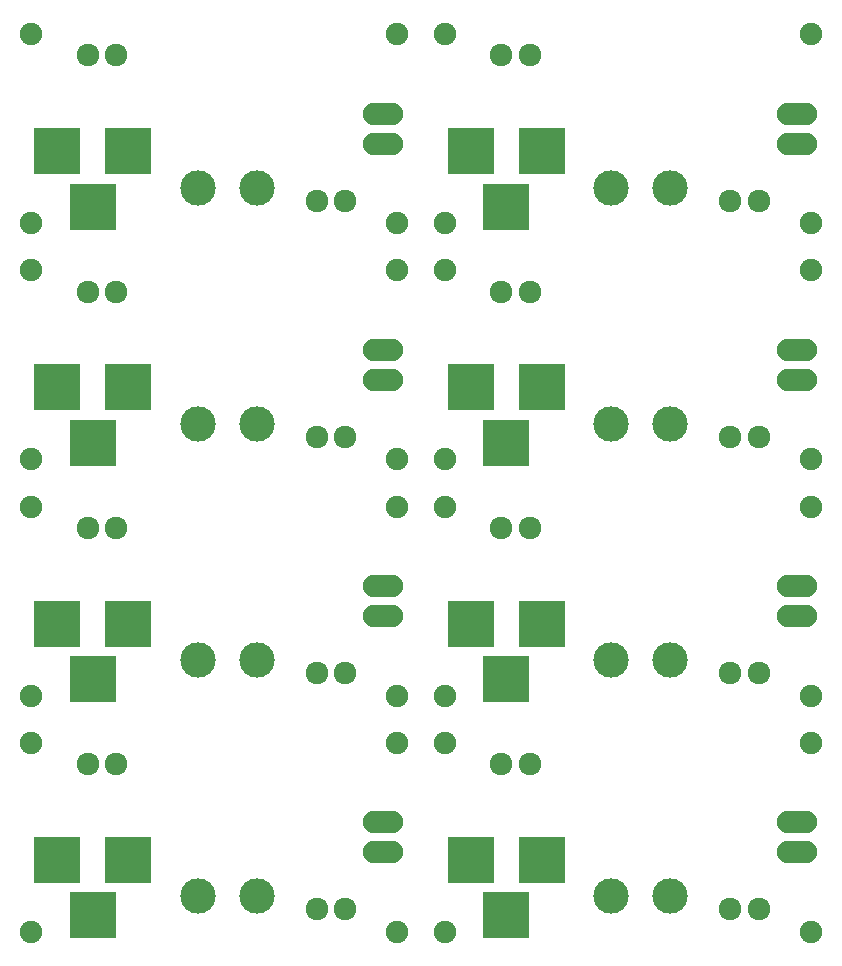
<source format=gbs>
G04 #@! TF.FileFunction,Soldermask,Bot*
%FSLAX46Y46*%
G04 Gerber Fmt 4.6, Leading zero omitted, Abs format (unit mm)*
G04 Created by KiCad (PCBNEW 4.0.7-e2-6376~58~ubuntu14.04.1) date Sat Jan 20 11:47:25 2018*
%MOMM*%
%LPD*%
G01*
G04 APERTURE LIST*
%ADD10C,0.100000*%
%ADD11R,3.900120X3.900120*%
%ADD12C,1.900000*%
%ADD13O,3.414980X1.906220*%
%ADD14C,3.000000*%
%ADD15C,1.924000*%
G04 APERTURE END LIST*
D10*
D11*
X99200140Y-119400000D03*
X93200660Y-119400000D03*
X96200400Y-124099000D03*
D12*
X122000000Y-125500000D03*
X91000000Y-125500000D03*
X91000000Y-109500000D03*
D13*
X120800000Y-118770000D03*
X120800000Y-116230000D03*
D14*
X105100000Y-122500000D03*
X110100000Y-122500000D03*
D12*
X122000000Y-109500000D03*
D15*
X95800000Y-111300000D03*
X98200000Y-111300000D03*
X115200000Y-123600000D03*
X117600000Y-123600000D03*
X115200000Y-103600000D03*
X117600000Y-103600000D03*
X95800000Y-91300000D03*
X98200000Y-91300000D03*
D12*
X122000000Y-89500000D03*
D14*
X105100000Y-102500000D03*
X110100000Y-102500000D03*
D13*
X120800000Y-98770000D03*
X120800000Y-96230000D03*
D12*
X91000000Y-89500000D03*
X91000000Y-105500000D03*
X122000000Y-105500000D03*
D11*
X99200140Y-99400000D03*
X93200660Y-99400000D03*
X96200400Y-104099000D03*
X99200140Y-59400000D03*
X93200660Y-59400000D03*
X96200400Y-64099000D03*
D12*
X122000000Y-65500000D03*
X91000000Y-65500000D03*
X91000000Y-49500000D03*
D13*
X120800000Y-58770000D03*
X120800000Y-56230000D03*
D14*
X105100000Y-62500000D03*
X110100000Y-62500000D03*
D12*
X122000000Y-49500000D03*
D15*
X95800000Y-51300000D03*
X98200000Y-51300000D03*
X115200000Y-63600000D03*
X117600000Y-63600000D03*
X115200000Y-83600000D03*
X117600000Y-83600000D03*
X95800000Y-71300000D03*
X98200000Y-71300000D03*
D12*
X122000000Y-69500000D03*
D14*
X105100000Y-82500000D03*
X110100000Y-82500000D03*
D13*
X120800000Y-78770000D03*
X120800000Y-76230000D03*
D12*
X91000000Y-69500000D03*
X91000000Y-85500000D03*
X122000000Y-85500000D03*
D11*
X99200140Y-79400000D03*
X93200660Y-79400000D03*
X96200400Y-84099000D03*
X134200140Y-79400000D03*
X128200660Y-79400000D03*
X131200400Y-84099000D03*
D12*
X157000000Y-85500000D03*
X126000000Y-85500000D03*
X126000000Y-69500000D03*
D13*
X155800000Y-78770000D03*
X155800000Y-76230000D03*
D14*
X140100000Y-82500000D03*
X145100000Y-82500000D03*
D12*
X157000000Y-69500000D03*
D15*
X130800000Y-71300000D03*
X133200000Y-71300000D03*
X150200000Y-83600000D03*
X152600000Y-83600000D03*
X150200000Y-63600000D03*
X152600000Y-63600000D03*
X130800000Y-51300000D03*
X133200000Y-51300000D03*
D12*
X157000000Y-49500000D03*
D14*
X140100000Y-62500000D03*
X145100000Y-62500000D03*
D13*
X155800000Y-58770000D03*
X155800000Y-56230000D03*
D12*
X126000000Y-49500000D03*
X126000000Y-65500000D03*
X157000000Y-65500000D03*
D11*
X134200140Y-59400000D03*
X128200660Y-59400000D03*
X131200400Y-64099000D03*
X134200140Y-99400000D03*
X128200660Y-99400000D03*
X131200400Y-104099000D03*
D12*
X157000000Y-105500000D03*
X126000000Y-105500000D03*
X126000000Y-89500000D03*
D13*
X155800000Y-98770000D03*
X155800000Y-96230000D03*
D14*
X140100000Y-102500000D03*
X145100000Y-102500000D03*
D12*
X157000000Y-89500000D03*
D15*
X130800000Y-91300000D03*
X133200000Y-91300000D03*
X150200000Y-103600000D03*
X152600000Y-103600000D03*
X150200000Y-123600000D03*
X152600000Y-123600000D03*
X130800000Y-111300000D03*
X133200000Y-111300000D03*
D12*
X157000000Y-109500000D03*
D14*
X140100000Y-122500000D03*
X145100000Y-122500000D03*
D13*
X155800000Y-118770000D03*
X155800000Y-116230000D03*
D12*
X126000000Y-109500000D03*
X126000000Y-125500000D03*
X157000000Y-125500000D03*
D11*
X134200140Y-119400000D03*
X128200660Y-119400000D03*
X131200400Y-124099000D03*
M02*

</source>
